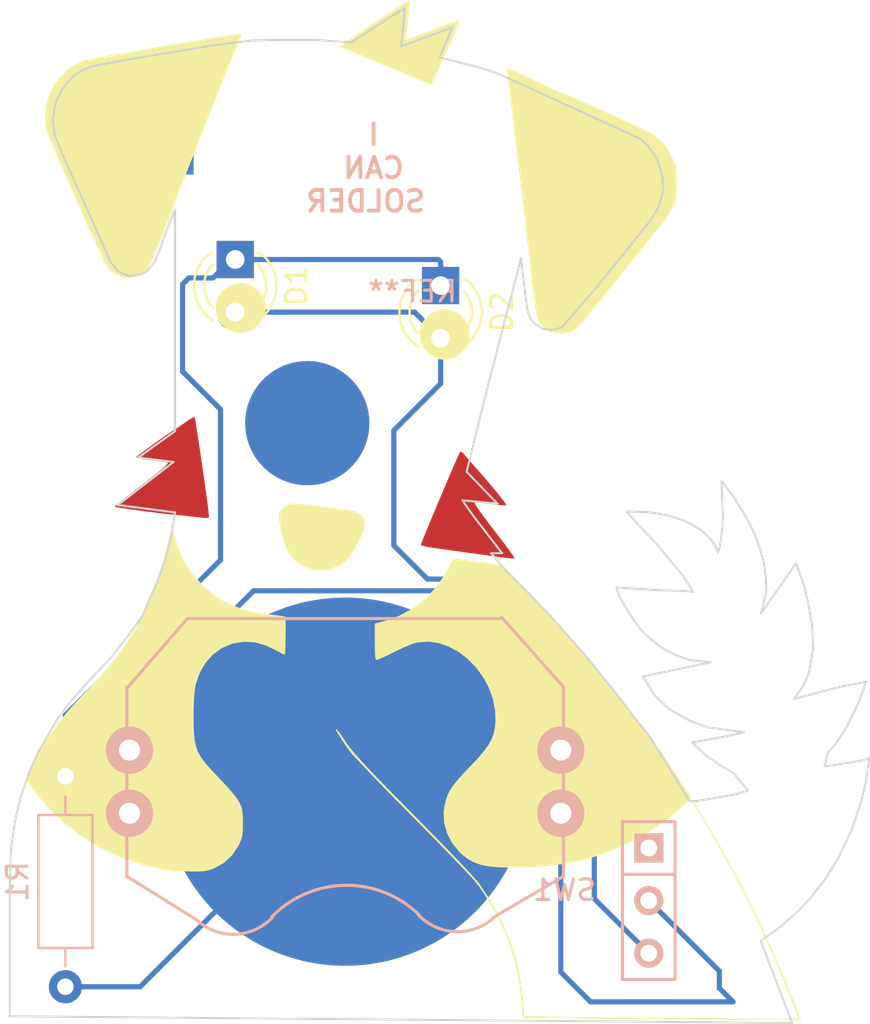
<source format=kicad_pcb>
(kicad_pcb (version 4) (host pcbnew 4.0.7)

  (general
    (links 0)
    (no_connects 0)
    (area 73.696067 83.659802 115.292195 132.771773)
    (thickness 1.6)
    (drawings 182)
    (tracks 42)
    (zones 0)
    (modules 11)
    (nets 6)
  )

  (page A4)
  (layers
    (0 F.Cu signal)
    (31 B.Cu signal)
    (32 B.Adhes user)
    (33 F.Adhes user)
    (34 B.Paste user)
    (35 F.Paste user)
    (36 B.SilkS user)
    (37 F.SilkS user)
    (38 B.Mask user)
    (39 F.Mask user)
    (40 Dwgs.User user)
    (41 Cmts.User user)
    (42 Eco1.User user)
    (43 Eco2.User user)
    (44 Edge.Cuts user)
    (45 Margin user)
    (46 B.CrtYd user)
    (47 F.CrtYd user)
    (48 B.Fab user)
    (49 F.Fab user)
  )

  (setup
    (last_trace_width 0.25)
    (trace_clearance 0.2)
    (zone_clearance 0.508)
    (zone_45_only no)
    (trace_min 0.2)
    (segment_width 0.2)
    (edge_width 0.15)
    (via_size 0.6)
    (via_drill 0.4)
    (via_min_size 0.4)
    (via_min_drill 0.3)
    (uvia_size 0.3)
    (uvia_drill 0.1)
    (uvias_allowed no)
    (uvia_min_size 0.2)
    (uvia_min_drill 0.1)
    (pcb_text_width 0.3)
    (pcb_text_size 1.5 1.5)
    (mod_edge_width 0.15)
    (mod_text_size 1 1)
    (mod_text_width 0.15)
    (pad_size 1.524 1.524)
    (pad_drill 0.762)
    (pad_to_mask_clearance 0.2)
    (aux_axis_origin 0 0)
    (visible_elements 7FFFFFFF)
    (pcbplotparams
      (layerselection 0x3f0ff_80000001)
      (usegerberextensions false)
      (excludeedgelayer true)
      (linewidth 0.100000)
      (plotframeref false)
      (viasonmask false)
      (mode 1)
      (useauxorigin false)
      (hpglpennumber 1)
      (hpglpenspeed 20)
      (hpglpendiameter 15)
      (hpglpenoverlay 2)
      (psnegative false)
      (psa4output false)
      (plotreference false)
      (plotvalue false)
      (plotinvisibletext false)
      (padsonsilk false)
      (subtractmaskfromsilk true)
      (outputformat 1)
      (mirror false)
      (drillshape 0)
      (scaleselection 1)
      (outputdirectory Dog_Gerbers2/))
  )

  (net 0 "")
  (net 1 "Net-(BT1-Pad1)")
  (net 2 "Net-(BT1-Pad2)")
  (net 3 "Net-(D1-Pad1)")
  (net 4 "Net-(D1-Pad2)")
  (net 5 "Net-(SW1-Pad1)")

  (net_class Default "This is the default net class."
    (clearance 0.2)
    (trace_width 0.25)
    (via_dia 0.6)
    (via_drill 0.4)
    (uvia_dia 0.3)
    (uvia_drill 0.1)
    (add_net "Net-(BT1-Pad1)")
    (add_net "Net-(BT1-Pad2)")
    (add_net "Net-(D1-Pad1)")
    (add_net "Net-(D1-Pad2)")
    (add_net "Net-(SW1-Pad1)")
  )

  (module footprints:BATT_CR2032 (layer B.Cu) (tedit 0) (tstamp 5BA1751C)
    (at 89.94 121.07 180)
    (tags battery)
    (path /5B95F774)
    (fp_text reference BT1 (at 0 -5.08 180) (layer B.SilkS) hide
      (effects (font (size 1.72974 1.08712) (thickness 0.27178)) (justify mirror))
    )
    (fp_text value Battery (at 0 2.54 180) (layer B.SilkS) hide
      (effects (font (size 1.524 1.016) (thickness 0.254)) (justify mirror))
    )
    (fp_line (start -7.1755 -6.5405) (end -10.541 -4.572) (layer B.SilkS) (width 0.15))
    (fp_line (start 7.1755 -6.6675) (end 10.541 -4.572) (layer B.SilkS) (width 0.15))
    (fp_arc (start -5.4229 -4.6355) (end -3.5179 -6.4135) (angle -90) (layer B.SilkS) (width 0.15))
    (fp_arc (start 5.4102 -4.7625) (end 7.1882 -6.6675) (angle -90) (layer B.SilkS) (width 0.15))
    (fp_arc (start -0.0635 -10.033) (end -3.556 -6.4135) (angle -90) (layer B.SilkS) (width 0.15))
    (fp_line (start 7.62 7.874) (end 10.541 4.5085) (layer B.SilkS) (width 0.15))
    (fp_line (start -10.541 4.572) (end -7.5565 7.9375) (layer B.SilkS) (width 0.15))
    (fp_line (start -7.62 7.874) (end 7.62 7.874) (layer B.SilkS) (width 0.15))
    (fp_line (start -10.541 -4.572) (end -10.541 4.572) (layer B.SilkS) (width 0.15))
    (fp_line (start 10.541 -4.572) (end 10.541 4.572) (layer B.SilkS) (width 0.15))
    (fp_circle (center 0 0) (end -10.16 0) (layer Dwgs.User) (width 0.15))
    (pad 1 thru_hole circle (at -10.414 -1.524 180) (size 2.286 2.286) (drill 1.016) (layers *.Cu *.Mask B.SilkS)
      (net 1 "Net-(BT1-Pad1)"))
    (pad 1 thru_hole circle (at 10.414 -1.524 180) (size 2.286 2.286) (drill 1.016) (layers *.Cu *.Mask B.SilkS)
      (net 1 "Net-(BT1-Pad1)"))
    (pad 1 thru_hole circle (at -10.414 1.524 180) (size 2.286 2.286) (drill 1.016) (layers *.Cu *.Mask B.SilkS)
      (net 1 "Net-(BT1-Pad1)"))
    (pad 1 thru_hole circle (at 10.414 1.524 180) (size 2.286 2.286) (drill 1.016) (layers *.Cu *.Mask B.SilkS)
      (net 1 "Net-(BT1-Pad1)"))
    (pad 2 smd circle (at 0 0 180) (size 17.78 17.78) (layers B.Cu B.Paste B.Mask)
      (net 2 "Net-(BT1-Pad2)"))
  )

  (module LEDs:LED_D3.0mm (layer F.Cu) (tedit 587A3A7B) (tstamp 5BA1752F)
    (at 84.63 95.86 270)
    (descr "LED, diameter 3.0mm, 2 pins")
    (tags "LED diameter 3.0mm 2 pins")
    (path /5B958A67)
    (fp_text reference D1 (at 1.27 -2.96 270) (layer F.SilkS)
      (effects (font (size 1 1) (thickness 0.15)))
    )
    (fp_text value LED (at 1.27 2.96 270) (layer F.Fab)
      (effects (font (size 1 1) (thickness 0.15)))
    )
    (fp_arc (start 1.27 0) (end -0.23 -1.16619) (angle 284.3) (layer F.Fab) (width 0.1))
    (fp_arc (start 1.27 0) (end -0.29 -1.235516) (angle 108.8) (layer F.SilkS) (width 0.12))
    (fp_arc (start 1.27 0) (end -0.29 1.235516) (angle -108.8) (layer F.SilkS) (width 0.12))
    (fp_arc (start 1.27 0) (end 0.229039 -1.08) (angle 87.9) (layer F.SilkS) (width 0.12))
    (fp_arc (start 1.27 0) (end 0.229039 1.08) (angle -87.9) (layer F.SilkS) (width 0.12))
    (fp_circle (center 1.27 0) (end 2.77 0) (layer F.Fab) (width 0.1))
    (fp_line (start -0.23 -1.16619) (end -0.23 1.16619) (layer F.Fab) (width 0.1))
    (fp_line (start -0.29 -1.236) (end -0.29 -1.08) (layer F.SilkS) (width 0.12))
    (fp_line (start -0.29 1.08) (end -0.29 1.236) (layer F.SilkS) (width 0.12))
    (fp_line (start -1.15 -2.25) (end -1.15 2.25) (layer F.CrtYd) (width 0.05))
    (fp_line (start -1.15 2.25) (end 3.7 2.25) (layer F.CrtYd) (width 0.05))
    (fp_line (start 3.7 2.25) (end 3.7 -2.25) (layer F.CrtYd) (width 0.05))
    (fp_line (start 3.7 -2.25) (end -1.15 -2.25) (layer F.CrtYd) (width 0.05))
    (pad 1 thru_hole rect (at 0 0 270) (size 1.8 1.8) (drill 0.9) (layers *.Cu *.Mask)
      (net 3 "Net-(D1-Pad1)"))
    (pad 2 thru_hole circle (at 2.54 0 270) (size 1.8 1.8) (drill 0.9) (layers *.Cu *.Mask)
      (net 4 "Net-(D1-Pad2)"))
    (model ${KISYS3DMOD}/LEDs.3dshapes/LED_D3.0mm.wrl
      (at (xyz 0 0 0))
      (scale (xyz 0.393701 0.393701 0.393701))
      (rotate (xyz 0 0 0))
    )
  )

  (module LEDs:LED_D3.0mm (layer F.Cu) (tedit 587A3A7B) (tstamp 5BA17542)
    (at 94.55 97.12 270)
    (descr "LED, diameter 3.0mm, 2 pins")
    (tags "LED diameter 3.0mm 2 pins")
    (path /5B958A90)
    (fp_text reference D2 (at 1.27 -2.96 270) (layer F.SilkS)
      (effects (font (size 1 1) (thickness 0.15)))
    )
    (fp_text value LED (at 1.27 2.96 270) (layer F.Fab)
      (effects (font (size 1 1) (thickness 0.15)))
    )
    (fp_arc (start 1.27 0) (end -0.23 -1.16619) (angle 284.3) (layer F.Fab) (width 0.1))
    (fp_arc (start 1.27 0) (end -0.29 -1.235516) (angle 108.8) (layer F.SilkS) (width 0.12))
    (fp_arc (start 1.27 0) (end -0.29 1.235516) (angle -108.8) (layer F.SilkS) (width 0.12))
    (fp_arc (start 1.27 0) (end 0.229039 -1.08) (angle 87.9) (layer F.SilkS) (width 0.12))
    (fp_arc (start 1.27 0) (end 0.229039 1.08) (angle -87.9) (layer F.SilkS) (width 0.12))
    (fp_circle (center 1.27 0) (end 2.77 0) (layer F.Fab) (width 0.1))
    (fp_line (start -0.23 -1.16619) (end -0.23 1.16619) (layer F.Fab) (width 0.1))
    (fp_line (start -0.29 -1.236) (end -0.29 -1.08) (layer F.SilkS) (width 0.12))
    (fp_line (start -0.29 1.08) (end -0.29 1.236) (layer F.SilkS) (width 0.12))
    (fp_line (start -1.15 -2.25) (end -1.15 2.25) (layer F.CrtYd) (width 0.05))
    (fp_line (start -1.15 2.25) (end 3.7 2.25) (layer F.CrtYd) (width 0.05))
    (fp_line (start 3.7 2.25) (end 3.7 -2.25) (layer F.CrtYd) (width 0.05))
    (fp_line (start 3.7 -2.25) (end -1.15 -2.25) (layer F.CrtYd) (width 0.05))
    (pad 1 thru_hole rect (at 0 0 270) (size 1.8 1.8) (drill 0.9) (layers *.Cu *.Mask)
      (net 3 "Net-(D1-Pad1)"))
    (pad 2 thru_hole circle (at 2.54 0 270) (size 1.8 1.8) (drill 0.9) (layers *.Cu *.Mask)
      (net 4 "Net-(D1-Pad2)"))
    (model ${KISYS3DMOD}/LEDs.3dshapes/LED_D3.0mm.wrl
      (at (xyz 0 0 0))
      (scale (xyz 0.393701 0.393701 0.393701))
      (rotate (xyz 0 0 0))
    )
  )

  (module Resistors_THT:R_Axial_DIN0207_L6.3mm_D2.5mm_P10.16mm_Horizontal (layer B.Cu) (tedit 5874F706) (tstamp 5BA17558)
    (at 76.43 120.81 270)
    (descr "Resistor, Axial_DIN0207 series, Axial, Horizontal, pin pitch=10.16mm, 0.25W = 1/4W, length*diameter=6.3*2.5mm^2, http://cdn-reichelt.de/documents/datenblatt/B400/1_4W%23YAG.pdf")
    (tags "Resistor Axial_DIN0207 series Axial Horizontal pin pitch 10.16mm 0.25W = 1/4W length 6.3mm diameter 2.5mm")
    (path /5B95F731)
    (fp_text reference R1 (at 5.08 2.31 270) (layer B.SilkS)
      (effects (font (size 1 1) (thickness 0.15)) (justify mirror))
    )
    (fp_text value 100 (at 5.08 -2.31 270) (layer B.Fab)
      (effects (font (size 1 1) (thickness 0.15)) (justify mirror))
    )
    (fp_line (start 1.93 1.25) (end 1.93 -1.25) (layer B.Fab) (width 0.1))
    (fp_line (start 1.93 -1.25) (end 8.23 -1.25) (layer B.Fab) (width 0.1))
    (fp_line (start 8.23 -1.25) (end 8.23 1.25) (layer B.Fab) (width 0.1))
    (fp_line (start 8.23 1.25) (end 1.93 1.25) (layer B.Fab) (width 0.1))
    (fp_line (start 0 0) (end 1.93 0) (layer B.Fab) (width 0.1))
    (fp_line (start 10.16 0) (end 8.23 0) (layer B.Fab) (width 0.1))
    (fp_line (start 1.87 1.31) (end 1.87 -1.31) (layer B.SilkS) (width 0.12))
    (fp_line (start 1.87 -1.31) (end 8.29 -1.31) (layer B.SilkS) (width 0.12))
    (fp_line (start 8.29 -1.31) (end 8.29 1.31) (layer B.SilkS) (width 0.12))
    (fp_line (start 8.29 1.31) (end 1.87 1.31) (layer B.SilkS) (width 0.12))
    (fp_line (start 0.98 0) (end 1.87 0) (layer B.SilkS) (width 0.12))
    (fp_line (start 9.18 0) (end 8.29 0) (layer B.SilkS) (width 0.12))
    (fp_line (start -1.05 1.6) (end -1.05 -1.6) (layer B.CrtYd) (width 0.05))
    (fp_line (start -1.05 -1.6) (end 11.25 -1.6) (layer B.CrtYd) (width 0.05))
    (fp_line (start 11.25 -1.6) (end 11.25 1.6) (layer B.CrtYd) (width 0.05))
    (fp_line (start 11.25 1.6) (end -1.05 1.6) (layer B.CrtYd) (width 0.05))
    (pad 1 thru_hole circle (at 0 0 270) (size 1.6 1.6) (drill 0.8) (layers *.Cu *.Mask)
      (net 3 "Net-(D1-Pad1)"))
    (pad 2 thru_hole oval (at 10.16 0 270) (size 1.6 1.6) (drill 0.8) (layers *.Cu *.Mask)
      (net 2 "Net-(BT1-Pad2)"))
    (model ${KISYS3DMOD}/Resistors_THT.3dshapes/R_Axial_DIN0207_L6.3mm_D2.5mm_P10.16mm_Horizontal.wrl
      (at (xyz 0 0 0))
      (scale (xyz 0.393701 0.393701 0.393701))
      (rotate (xyz 0 0 0))
    )
  )

  (module footprints:SW_Micro_SPST (layer B.Cu) (tedit 5A812D1A) (tstamp 5BA17569)
    (at 104.6 126.81 270)
    (tags "Switch Micro SPST")
    (path /5B95F7A9)
    (fp_text reference SW1 (at -0.508 4.064 540) (layer B.SilkS)
      (effects (font (size 1 1) (thickness 0.15)) (justify mirror))
    )
    (fp_text value SW_SPDT (at 0.025 -2.45 270) (layer B.Fab)
      (effects (font (size 1 1) (thickness 0.15)) (justify mirror))
    )
    (fp_text user "E-Switch EG128" (at -2 1 270) (layer B.CrtYd)
      (effects (font (size 0.5 0.5) (thickness 0.125)) (justify mirror))
    )
    (fp_line (start 5.75 2) (end 5.75 -2) (layer B.CrtYd) (width 0.15))
    (fp_line (start -5.75 2) (end -5.75 -2) (layer B.CrtYd) (width 0.15))
    (fp_line (start -5.75 -2) (end 5.75 -2) (layer B.CrtYd) (width 0.15))
    (fp_line (start -5.75 2) (end 5.75 2) (layer B.CrtYd) (width 0.15))
    (fp_line (start -3.81 -1.27) (end -3.81 1.27) (layer B.SilkS) (width 0.15))
    (fp_line (start -3.81 1.27) (end 3.81 1.27) (layer B.SilkS) (width 0.15))
    (fp_line (start 3.81 1.27) (end 3.81 -1.27) (layer B.SilkS) (width 0.15))
    (fp_line (start 3.81 -1.27) (end -3.81 -1.27) (layer B.SilkS) (width 0.15))
    (fp_line (start -1.27 1.27) (end -1.27 -1.27) (layer B.SilkS) (width 0.15))
    (pad 1 thru_hole rect (at -2.54 0 270) (size 1.397 1.397) (drill 0.8128) (layers *.Cu *.Mask B.SilkS)
      (net 5 "Net-(SW1-Pad1)"))
    (pad 2 thru_hole circle (at 0 0 270) (size 1.397 1.397) (drill 0.8128) (layers *.Cu *.Mask B.SilkS)
      (net 1 "Net-(BT1-Pad1)"))
    (pad 3 thru_hole circle (at 2.54 0 270) (size 1.397 1.397) (drill 0.8128) (layers *.Cu *.Mask B.SilkS)
      (net 4 "Net-(D1-Pad2)"))
    (model Buttons_Switches_ThroughHole.3dshapes/SW_Micro_SPST.wrl
      (at (xyz 0 0 0))
      (scale (xyz 0.33 0.33 0.33))
      (rotate (xyz 0 0 0))
    )
  )

  (module Dog:dog_silk (layer F.Cu) (tedit 0) (tstamp 5BA17661)
    (at 93.218 107.95)
    (fp_text reference G*** (at 0 0) (layer F.SilkS) hide
      (effects (font (thickness 0.3)))
    )
    (fp_text value LOGO (at 0.75 0) (layer F.SilkS) hide
      (effects (font (thickness 0.3)))
    )
    (fp_poly (pts (xy 2.033036 2.360901) (xy 2.210989 2.383207) (xy 2.472182 2.41644) (xy 2.795264 2.457886)
      (xy 3.083771 2.49511) (xy 4.167292 2.63525) (xy 5.623771 4.128245) (xy 6.437159 4.970084)
      (xy 7.171782 5.748626) (xy 7.844961 6.483621) (xy 8.474015 7.194817) (xy 9.076265 7.901964)
      (xy 9.669031 8.624811) (xy 10.269633 9.383106) (xy 10.55176 9.74725) (xy 11.999249 11.722587)
      (xy 13.374202 13.791443) (xy 14.667449 15.937275) (xy 15.869823 18.143541) (xy 16.972156 20.393699)
      (xy 17.965281 22.671207) (xy 18.566942 24.209375) (xy 18.726808 24.638) (xy 16.650029 24.625461)
      (xy 16.203195 24.622486) (xy 15.648155 24.618334) (xy 15.003695 24.613171) (xy 14.288602 24.60716)
      (xy 13.521661 24.600464) (xy 12.721661 24.593247) (xy 11.907386 24.585672) (xy 11.097624 24.577904)
      (xy 10.414 24.571141) (xy 9.683569 24.563738) (xy 8.979178 24.556471) (xy 8.313015 24.549476)
      (xy 7.697271 24.542885) (xy 7.144136 24.536833) (xy 6.6658 24.531454) (xy 6.274454 24.526881)
      (xy 5.982287 24.523247) (xy 5.80149 24.520688) (xy 5.772338 24.52018) (xy 5.289927 24.511)
      (xy 5.248316 23.796625) (xy 5.121416 22.696704) (xy 4.87202 21.607638) (xy 4.504627 20.541368)
      (xy 4.023737 19.509837) (xy 3.433848 18.524984) (xy 3.069592 18.014159) (xy 2.97148 17.898493)
      (xy 2.792417 17.702205) (xy 2.541251 17.434484) (xy 2.226826 17.104517) (xy 1.857989 16.721492)
      (xy 1.443585 16.294596) (xy 0.992461 15.833017) (xy 0.513463 15.345942) (xy 0.03175 14.859)
      (xy -0.465425 14.356416) (xy -0.943011 13.870784) (xy -1.392203 13.411244) (xy -1.804195 12.986935)
      (xy -2.17018 12.607) (xy -2.481353 12.280578) (xy -2.728907 12.01681) (xy -2.904036 11.824838)
      (xy -2.996471 11.71575) (xy -3.186443 11.456247) (xy -3.367207 11.195456) (xy -3.525185 10.954659)
      (xy -3.646799 10.755138) (xy -3.71847 10.618174) (xy -3.729695 10.566528) (xy -3.684214 10.601244)
      (xy -3.590511 10.718444) (xy -3.468314 10.893316) (xy -3.460463 10.905167) (xy -3.329664 11.099385)
      (xy -3.19711 11.286422) (xy -3.054924 11.474901) (xy -2.895226 11.673447) (xy -2.71014 11.890683)
      (xy -2.491787 12.135233) (xy -2.232289 12.415722) (xy -1.923769 12.740772) (xy -1.558348 13.119009)
      (xy -1.128149 13.559056) (xy -0.625294 14.069537) (xy -0.041904 14.659075) (xy 0.093331 14.7955)
      (xy 0.592945 15.301378) (xy 1.074805 15.793092) (xy 1.529829 16.261125) (xy 1.948933 16.69596)
      (xy 2.323036 17.088081) (xy 2.643055 17.42797) (xy 2.899907 17.70611) (xy 3.084509 17.912985)
      (xy 3.184069 18.034) (xy 3.834534 19.013125) (xy 4.371994 20.034272) (xy 4.793321 21.089034)
      (xy 5.095386 22.169008) (xy 5.275059 23.265787) (xy 5.314885 23.757802) (xy 5.352279 24.433354)
      (xy 7.264014 24.471004) (xy 7.749367 24.479782) (xy 8.306378 24.488497) (xy 8.924538 24.497077)
      (xy 9.593336 24.505446) (xy 10.302262 24.51353) (xy 11.040808 24.521257) (xy 11.798462 24.528551)
      (xy 12.564716 24.535339) (xy 13.329058 24.541546) (xy 14.08098 24.547099) (xy 14.809971 24.551924)
      (xy 15.505521 24.555945) (xy 16.157121 24.559091) (xy 16.754261 24.561285) (xy 17.286431 24.562455)
      (xy 17.74312 24.562526) (xy 18.113819 24.561424) (xy 18.388019 24.559076) (xy 18.555208 24.555406)
      (xy 18.6055 24.550906) (xy 18.58235 24.473274) (xy 18.517819 24.296775) (xy 18.419286 24.039812)
      (xy 18.294126 23.720784) (xy 18.14972 23.358093) (xy 17.993443 22.97014) (xy 17.832674 22.575326)
      (xy 17.67479 22.192051) (xy 17.527169 21.838718) (xy 17.39719 21.533726) (xy 17.378411 21.490386)
      (xy 16.914009 20.455988) (xy 16.406653 19.388148) (xy 15.869554 18.31206) (xy 15.315923 17.252921)
      (xy 14.75897 16.235925) (xy 14.211908 15.286267) (xy 13.687947 14.429144) (xy 13.619346 14.32134)
      (xy 13.388396 13.960305) (xy 13.028323 14.303281) (xy 12.323779 14.903575) (xy 11.522199 15.461668)
      (xy 10.650675 15.962193) (xy 9.736303 16.389783) (xy 8.806177 16.729071) (xy 8.687134 16.765409)
      (xy 8.02787 16.941463) (xy 7.364416 17.074235) (xy 6.66391 17.168501) (xy 5.893488 17.229037)
      (xy 5.334 17.252734) (xy 4.677413 17.263794) (xy 4.12908 17.250322) (xy 3.6719 17.208173)
      (xy 3.288775 17.133204) (xy 2.962604 17.021269) (xy 2.676287 16.868225) (xy 2.412726 16.669926)
      (xy 2.231418 16.500775) (xy 1.885662 16.075009) (xy 1.640406 15.599061) (xy 1.502717 15.094004)
      (xy 1.479663 14.580909) (xy 1.509486 14.348052) (xy 1.575105 14.05265) (xy 1.661919 13.791481)
      (xy 1.783099 13.543697) (xy 1.951814 13.28845) (xy 2.181235 13.004893) (xy 2.484531 12.672179)
      (xy 2.727992 12.419202) (xy 3.111137 12.015375) (xy 3.407604 11.673118) (xy 3.628649 11.37314)
      (xy 3.785524 11.096151) (xy 3.889484 10.822861) (xy 3.951782 10.533978) (xy 3.979533 10.273899)
      (xy 3.968239 9.688543) (xy 3.85744 9.117445) (xy 3.658247 8.571377) (xy 3.381771 8.061106)
      (xy 3.039122 7.597404) (xy 2.641411 7.19104) (xy 2.199749 6.852784) (xy 1.725247 6.593404)
      (xy 1.229015 6.423672) (xy 0.722164 6.354357) (xy 0.215805 6.396228) (xy 0.0274 6.443064)
      (xy -0.156118 6.509877) (xy -0.415358 6.620217) (xy -0.713915 6.757976) (xy -0.977251 6.887564)
      (xy -1.251524 7.023518) (xy -1.489311 7.135004) (xy -1.665391 7.210626) (xy -1.754545 7.238992)
      (xy -1.755126 7.239) (xy -1.790842 7.214125) (xy -1.815682 7.12833) (xy -1.831301 6.964855)
      (xy -1.839353 6.706941) (xy -1.8415 6.364064) (xy -1.8415 5.489129) (xy -1.383828 5.371229)
      (xy -0.697807 5.130681) (xy -0.050673 4.778773) (xy 0.541163 4.32914) (xy 1.061289 3.795417)
      (xy 1.493295 3.19124) (xy 1.698947 2.809875) (xy 1.805962 2.596191) (xy 1.895416 2.435972)
      (xy 1.951837 2.356374) (xy 1.959675 2.352235) (xy 2.033036 2.360901)) (layer F.SilkS) (width 0.01))
    (fp_poly (pts (xy -11.569707 1.055439) (xy -11.367332 1.790346) (xy -11.053502 2.478802) (xy -10.638957 3.108955)
      (xy -10.134439 3.668954) (xy -9.550688 4.146947) (xy -8.898445 4.531082) (xy -8.18845 4.809508)
      (xy -8.15975 4.818059) (xy -7.869314 4.891459) (xy -7.523953 4.961279) (xy -7.195283 5.013142)
      (xy -7.1755 5.015636) (xy -6.892455 5.051418) (xy -6.627333 5.086308) (xy -6.428665 5.113889)
      (xy -6.397625 5.118501) (xy -6.1595 5.154663) (xy -6.1595 6.069831) (xy -6.162212 6.394317)
      (xy -6.16967 6.668191) (xy -6.180857 6.869059) (xy -6.194759 6.97453) (xy -6.201023 6.985)
      (xy -6.273336 6.956158) (xy -6.423919 6.880382) (xy -6.620803 6.773791) (xy -6.629648 6.768858)
      (xy -7.146081 6.525609) (xy -7.63859 6.391494) (xy -8.134661 6.359519) (xy -8.221683 6.363761)
      (xy -8.749471 6.458337) (xy -9.232585 6.664866) (xy -9.659602 6.972733) (xy -10.019103 7.37132)
      (xy -10.299666 7.850014) (xy -10.48987 8.398196) (xy -10.511201 8.491867) (xy -10.549484 8.753222)
      (xy -10.577753 9.107215) (xy -10.595645 9.519869) (xy -10.602795 9.957208) (xy -10.598839 10.385253)
      (xy -10.583411 10.770028) (xy -10.556148 11.077557) (xy -10.540054 11.180988) (xy -10.480065 11.436509)
      (xy -10.395195 11.669029) (xy -10.27242 11.898346) (xy -10.098715 12.144257) (xy -9.861057 12.42656)
      (xy -9.546421 12.765053) (xy -9.394505 12.92225) (xy -9.042443 13.294843) (xy -8.752804 13.624255)
      (xy -8.53685 13.897085) (xy -8.407372 14.097) (xy -8.324055 14.266277) (xy -8.270583 14.415592)
      (xy -8.240402 14.581406) (xy -8.22696 14.800185) (xy -8.223705 15.108392) (xy -8.223696 15.119073)
      (xy -8.225798 15.425905) (xy -8.237752 15.644464) (xy -8.267307 15.813456) (xy -8.322212 15.97159)
      (xy -8.410214 16.157575) (xy -8.4455 16.227081) (xy -8.742569 16.673546) (xy -9.129089 17.032673)
      (xy -9.59387 17.29448) (xy -9.680184 17.328712) (xy -9.873945 17.391668) (xy -10.071753 17.430704)
      (xy -10.310571 17.450115) (xy -10.627362 17.454196) (xy -10.749758 17.452985) (xy -11.058288 17.446904)
      (xy -11.33766 17.437875) (xy -11.552594 17.427235) (xy -11.65225 17.418753) (xy -12.75643 17.214029)
      (xy -13.817363 16.89394) (xy -14.826823 16.462443) (xy -15.776581 15.923497) (xy -16.65841 15.281057)
      (xy -17.304366 14.70025) (xy -17.581356 14.414188) (xy -17.874712 14.089625) (xy -18.144412 13.771857)
      (xy -18.306391 13.566166) (xy -18.72839 13.003582) (xy -18.632517 12.772416) (xy -18.524743 12.543802)
      (xy -18.361975 12.237741) (xy -18.160312 11.882024) (xy -17.935851 11.504442) (xy -17.70469 11.132787)
      (xy -17.511695 10.837437) (xy -17.260456 10.476073) (xy -17.002827 10.133759) (xy -16.720395 9.788669)
      (xy -16.394748 9.418975) (xy -16.007471 9.002848) (xy -15.65466 8.636) (xy -14.781089 7.672865)
      (xy -14.026447 6.699407) (xy -13.382747 5.700711) (xy -12.842001 4.661864) (xy -12.396222 3.567953)
      (xy -12.03742 2.404063) (xy -11.821039 1.478417) (xy -11.648689 0.639084) (xy -11.569707 1.055439)) (layer F.SilkS) (width 0.01))
    (fp_poly (pts (xy -5.566318 -0.295704) (xy -5.288215 -0.269184) (xy -4.923 -0.22615) (xy -4.455242 -0.166873)
      (xy -4.165946 -0.129665) (xy -3.698931 -0.068935) (xy -3.340837 -0.019843) (xy -3.074526 0.021383)
      (xy -2.882857 0.05852) (xy -2.748693 0.095342) (xy -2.654893 0.135624) (xy -2.584318 0.18314)
      (xy -2.531612 0.230286) (xy -2.387783 0.395097) (xy -2.312135 0.564033) (xy -2.305986 0.758957)
      (xy -2.370655 1.00173) (xy -2.507463 1.314214) (xy -2.609122 1.514519) (xy -2.767468 1.801226)
      (xy -2.929592 2.067566) (xy -3.074236 2.279992) (xy -3.1627 2.388177) (xy -3.529514 2.678694)
      (xy -3.952687 2.860333) (xy -4.415587 2.928145) (xy -4.846135 2.88903) (xy -5.276285 2.739828)
      (xy -5.663481 2.47835) (xy -5.942423 2.179734) (xy -6.07852 1.945458) (xy -6.209788 1.620024)
      (xy -6.325236 1.239125) (xy -6.413878 0.838451) (xy -6.461296 0.494389) (xy -6.475125 0.283383)
      (xy -6.45733 0.147558) (xy -6.3913 0.035983) (xy -6.269715 -0.092986) (xy -6.190234 -0.171194)
      (xy -6.116228 -0.231274) (xy -6.032264 -0.273496) (xy -5.922911 -0.298129) (xy -5.77274 -0.305442)
      (xy -5.566318 -0.295704)) (layer F.SilkS) (width 0.01))
    (fp_poly (pts (xy 2.7305 -0.03175) (xy 2.69875 0) (xy 2.667 -0.03175) (xy 2.69875 -0.0635)
      (xy 2.7305 -0.03175)) (layer F.SilkS) (width 0.01))
    (fp_poly (pts (xy 1.97478 -9.600691) (xy 2.302223 -9.402525) (xy 2.328042 -9.380446) (xy 2.571993 -9.098679)
      (xy 2.70195 -8.773039) (xy 2.7305 -8.483424) (xy 2.675303 -8.089079) (xy 2.510757 -7.759005)
      (xy 2.238422 -7.495605) (xy 2.00025 -7.359388) (xy 1.64129 -7.254335) (xy 1.284202 -7.27548)
      (xy 1.047205 -7.357427) (xy 0.727799 -7.563899) (xy 0.498772 -7.837469) (xy 0.361581 -8.155598)
      (xy 0.317685 -8.495751) (xy 0.368541 -8.83539) (xy 0.515606 -9.151978) (xy 0.760339 -9.422978)
      (xy 0.906909 -9.526608) (xy 1.250655 -9.665455) (xy 1.615435 -9.689241) (xy 1.97478 -9.600691)) (layer F.SilkS) (width 0.01))
    (fp_poly (pts (xy -7.929261 -10.885967) (xy -7.623846 -10.718937) (xy -7.374264 -10.476052) (xy -7.200647 -10.174328)
      (xy -7.123128 -9.83078) (xy -7.125987 -9.655775) (xy -7.217265 -9.293649) (xy -7.403122 -8.986269)
      (xy -7.662541 -8.747543) (xy -7.974503 -8.591375) (xy -8.317988 -8.531671) (xy -8.671978 -8.582338)
      (xy -8.722534 -8.599526) (xy -9.016961 -8.760327) (xy -9.279291 -8.997655) (xy -9.43542 -9.220222)
      (xy -9.496812 -9.424595) (xy -9.521395 -9.695236) (xy -9.509295 -9.976905) (xy -9.460638 -10.214359)
      (xy -9.432994 -10.280728) (xy -9.253083 -10.523727) (xy -8.997044 -10.741934) (xy -8.714847 -10.895438)
      (xy -8.627064 -10.924407) (xy -8.270378 -10.960128) (xy -7.929261 -10.885967)) (layer F.SilkS) (width 0.01))
    (fp_poly (pts (xy 4.640093 -21.309638) (xy 4.808528 -21.236615) (xy 5.051003 -21.126031) (xy 5.347485 -20.986983)
      (xy 5.598815 -20.866803) (xy 5.975329 -20.687833) (xy 6.363538 -20.507627) (xy 6.727327 -20.342669)
      (xy 7.03058 -20.20944) (xy 7.14375 -20.161719) (xy 7.607326 -19.967374) (xy 8.106083 -19.752988)
      (xy 8.624693 -19.525618) (xy 9.147825 -19.292321) (xy 9.660149 -19.060153) (xy 10.146335 -18.836172)
      (xy 10.591055 -18.627434) (xy 10.978977 -18.440998) (xy 11.294773 -18.283919) (xy 11.523111 -18.163254)
      (xy 11.642199 -18.090881) (xy 11.94456 -17.841096) (xy 12.189247 -17.561407) (xy 12.405625 -17.214673)
      (xy 12.529603 -16.968469) (xy 12.615982 -16.7789) (xy 12.673473 -16.62114) (xy 12.707932 -16.460757)
      (xy 12.725214 -16.263322) (xy 12.731173 -15.994405) (xy 12.73175 -15.77975) (xy 12.729344 -15.445227)
      (xy 12.718712 -15.204225) (xy 12.694726 -15.023302) (xy 12.652259 -14.869017) (xy 12.586187 -14.707927)
      (xy 12.558141 -14.647171) (xy 12.426275 -14.396154) (xy 12.272513 -14.14625) (xy 12.177141 -14.012903)
      (xy 11.955209 -13.73211) (xy 11.68493 -13.392399) (xy 11.375736 -13.005441) (xy 11.037057 -12.582906)
      (xy 10.678324 -12.136465) (xy 10.308968 -11.677789) (xy 9.938421 -11.218548) (xy 9.576112 -10.770411)
      (xy 9.231473 -10.34505) (xy 8.913935 -9.954136) (xy 8.632929 -9.609338) (xy 8.397885 -9.322326)
      (xy 8.218235 -9.104773) (xy 8.103409 -8.968346) (xy 8.071559 -8.932392) (xy 7.828735 -8.70696)
      (xy 7.596213 -8.575434) (xy 7.328787 -8.517495) (xy 7.131028 -8.509601) (xy 6.844838 -8.531337)
      (xy 6.612966 -8.606742) (xy 6.497554 -8.66916) (xy 6.303528 -8.815394) (xy 6.137022 -8.990154)
      (xy 6.097227 -9.046765) (xy 6.06733 -9.098724) (xy 6.039879 -9.158737) (xy 6.013529 -9.236242)
      (xy 5.986934 -9.340678) (xy 5.95875 -9.481486) (xy 5.92763 -9.668103) (xy 5.892229 -9.90997)
      (xy 5.851201 -10.216525) (xy 5.803202 -10.597208) (xy 5.746884 -11.061459) (xy 5.680904 -11.618716)
      (xy 5.603915 -12.27842) (xy 5.514573 -13.050008) (xy 5.463343 -13.49375) (xy 5.385184 -14.168491)
      (xy 5.303369 -14.869976) (xy 5.219283 -15.586685) (xy 5.13431 -16.307097) (xy 5.049835 -17.019691)
      (xy 4.967241 -17.712946) (xy 4.887915 -18.375342) (xy 4.81324 -18.995357) (xy 4.744601 -19.561471)
      (xy 4.683383 -20.062163) (xy 4.63097 -20.485912) (xy 4.588746 -20.821197) (xy 4.558097 -21.056498)
      (xy 4.540407 -21.180293) (xy 4.538028 -21.193126) (xy 4.535074 -21.302954) (xy 4.56573 -21.336001)
      (xy 4.640093 -21.309638)) (layer F.SilkS) (width 0.01))
    (fp_poly (pts (xy -8.287711 -22.96261) (xy -8.318676 -22.875875) (xy -8.353382 -22.797845) (xy -8.429333 -22.614577)
      (xy -8.54194 -22.337665) (xy -8.686615 -21.978705) (xy -8.858771 -21.549291) (xy -9.053819 -21.061016)
      (xy -9.267173 -20.525476) (xy -9.494243 -19.954264) (xy -9.730443 -19.358976) (xy -9.971184 -18.751205)
      (xy -10.211878 -18.142546) (xy -10.447938 -17.544593) (xy -10.674776 -16.96894) (xy -10.887804 -16.427183)
      (xy -11.082434 -15.930915) (xy -11.254078 -15.491731) (xy -11.398149 -15.121225) (xy -11.510058 -14.830992)
      (xy -11.585218 -14.632625) (xy -11.619041 -14.53772) (xy -11.6205 -14.531518) (xy -11.644456 -14.43662)
      (xy -11.710656 -14.246004) (xy -11.8106 -13.980375) (xy -11.93579 -13.660436) (xy -12.077726 -13.306893)
      (xy -12.227908 -12.940449) (xy -12.377838 -12.581809) (xy -12.519015 -12.251677) (xy -12.64294 -11.970757)
      (xy -12.741114 -11.759753) (xy -12.805037 -11.63937) (xy -12.811844 -11.629464) (xy -13.061754 -11.394621)
      (xy -13.379922 -11.243907) (xy -13.732646 -11.185734) (xy -14.086223 -11.228511) (xy -14.223547 -11.277155)
      (xy -14.522347 -11.454944) (xy -14.756038 -11.711543) (xy -14.888522 -11.938) (xy -14.98499 -12.13688)
      (xy -15.119694 -12.425294) (xy -15.286715 -12.789798) (xy -15.480137 -13.216945) (xy -15.694042 -13.693292)
      (xy -15.922512 -14.205392) (xy -16.15963 -14.739801) (xy -16.399479 -15.283074) (xy -16.63614 -15.821765)
      (xy -16.863698 -16.342429) (xy -17.076233 -16.83162) (xy -17.26783 -17.275895) (xy -17.432569 -17.661808)
      (xy -17.564534 -17.975913) (xy -17.657808 -18.204765) (xy -17.706472 -18.33492) (xy -17.71122 -18.3515)
      (xy -17.779468 -18.914849) (xy -17.733375 -19.474764) (xy -17.582302 -20.013822) (xy -17.335611 -20.514603)
      (xy -17.002663 -20.959685) (xy -16.592819 -21.331645) (xy -16.115441 -21.613063) (xy -15.91537 -21.693667)
      (xy -15.816846 -21.717103) (xy -15.606826 -21.758828) (xy -15.299123 -21.81648) (xy -14.907552 -21.887698)
      (xy -14.445926 -21.97012) (xy -13.92806 -22.061386) (xy -13.367766 -22.159134) (xy -12.778859 -22.261002)
      (xy -12.175154 -22.36463) (xy -11.570462 -22.467656) (xy -10.978599 -22.567718) (xy -10.413378 -22.662456)
      (xy -9.888614 -22.749509) (xy -9.418119 -22.826514) (xy -9.015708 -22.891111) (xy -8.695194 -22.940938)
      (xy -8.470392 -22.973634) (xy -8.355115 -22.986838) (xy -8.34924 -22.987) (xy -8.287711 -22.96261)) (layer F.SilkS) (width 0.01))
    (fp_poly (pts (xy -0.141987 -24.543024) (xy -0.154908 -24.369676) (xy -0.181207 -24.116004) (xy -0.218659 -23.804716)
      (xy -0.23987 -23.642056) (xy -0.282995 -23.312762) (xy -0.318145 -23.031842) (xy -0.34267 -22.821518)
      (xy -0.353918 -22.70401) (xy -0.353799 -22.687069) (xy -0.29406 -22.705072) (xy -0.133562 -22.76342)
      (xy 0.110429 -22.855563) (xy 0.420645 -22.974953) (xy 0.779821 -23.11504) (xy 0.924348 -23.171863)
      (xy 1.297649 -23.316339) (xy 1.62917 -23.439665) (xy 1.901567 -23.535799) (xy 2.097498 -23.598702)
      (xy 2.199619 -23.622331) (xy 2.210219 -23.619759) (xy 2.195531 -23.541485) (xy 2.139797 -23.37486)
      (xy 2.054034 -23.147371) (xy 1.949256 -22.886508) (xy 1.836478 -22.619758) (xy 1.726713 -22.374611)
      (xy 1.638617 -22.19325) (xy 1.559422 -22.028706) (xy 1.448358 -21.783546) (xy 1.321879 -21.494603)
      (xy 1.227627 -21.273282) (xy 1.112236 -21.004396) (xy 1.011513 -20.780096) (xy 0.937093 -20.625638)
      (xy 0.902481 -20.567438) (xy 0.822088 -20.566481) (xy 0.673029 -20.611045) (xy 0.60325 -20.639635)
      (xy 0.483811 -20.690727) (xy 0.263054 -20.783571) (xy -0.042946 -20.911466) (xy -0.418111 -21.067715)
      (xy -0.846365 -21.245617) (xy -1.311633 -21.438473) (xy -1.605893 -21.56024) (xy -3.561035 -22.368773)
      (xy -3.161643 -22.64757) (xy -2.859762 -22.855935) (xy -2.518343 -23.087636) (xy -2.152434 -23.33287)
      (xy -1.777084 -23.58183) (xy -1.40734 -23.824713) (xy -1.058251 -24.051712) (xy -0.744866 -24.253024)
      (xy -0.482232 -24.418843) (xy -0.285398 -24.539363) (xy -0.169412 -24.604781) (xy -0.144672 -24.613338)
      (xy -0.141987 -24.543024)) (layer F.SilkS) (width 0.01))
  )

  (module Dog:clutch_pin (layer B.Cu) (tedit 5BA17AC3) (tstamp 5BA17CBF)
    (at 88.11 103.76)
    (fp_text reference REF** (at 5.08 -6.35) (layer B.SilkS)
      (effects (font (size 1 1) (thickness 0.15)) (justify mirror))
    )
    (fp_text value clutch_pin (at 0 -6.35) (layer B.Fab)
      (effects (font (size 1 1) (thickness 0.15)) (justify mirror))
    )
    (pad 1 smd oval (at 0 0 270) (size 6 6) (layers B.Cu B.Paste B.Mask))
  )

  (module Dog:Dog_FCu (layer F.Cu) (tedit 0) (tstamp 5BA181A9)
    (at 89.916 101.346)
    (fp_text reference G*** (at 0 0) (layer F.SilkS) hide
      (effects (font (thickness 0.3)))
    )
    (fp_text value LOGO (at 0.75 0) (layer F.SilkS) hide
      (effects (font (thickness 0.3)))
    )
    (fp_poly (pts (xy -2.684612 11.374361) (xy -2.503916 11.396431) (xy -2.233255 11.430438) (xy -1.89061 11.474111)
      (xy -1.493962 11.525178) (xy -1.218733 11.560866) (xy -0.579269 11.639385) (xy -0.047416 11.694114)
      (xy 0.393697 11.726422) (xy 0.760942 11.737677) (xy 0.934235 11.735491) (xy 1.592297 11.71575)
      (xy 1.574023 13.949566) (xy 1.568915 14.542013) (xy 1.563725 15.02085) (xy 1.557609 15.399462)
      (xy 1.549725 15.691235) (xy 1.53923 15.909557) (xy 1.525282 16.067815) (xy 1.507037 16.179394)
      (xy 1.483654 16.257681) (xy 1.454288 16.316062) (xy 1.422112 16.362566) (xy 1.315345 16.495841)
      (xy 1.206696 16.598756) (xy 1.078429 16.675407) (xy 0.912809 16.729893) (xy 0.6921 16.766308)
      (xy 0.398566 16.788749) (xy 0.014472 16.801313) (xy -0.477918 16.808097) (xy -0.508 16.80838)
      (xy -0.92131 16.809817) (xy -1.299677 16.806646) (xy -1.621782 16.799406) (xy -1.866304 16.788631)
      (xy -2.011925 16.77486) (xy -2.034003 16.769957) (xy -2.341787 16.624111) (xy -2.57143 16.395954)
      (xy -2.622982 16.3195) (xy -2.658965 16.258493) (xy -2.688287 16.193023) (xy -2.711756 16.109913)
      (xy -2.730182 15.995986) (xy -2.74437 15.838065) (xy -2.755131 15.622972) (xy -2.763271 15.337532)
      (xy -2.7696 14.968567) (xy -2.774924 14.502901) (xy -2.780052 13.927356) (xy -2.781668 13.731875)
      (xy -2.78492 13.197958) (xy -2.785737 12.706189) (xy -2.78426 12.270495) (xy -2.780634 11.904805)
      (xy -2.775001 11.623046) (xy -2.767505 11.439145) (xy -2.758288 11.367031) (xy -2.757363 11.3665)
      (xy -2.684612 11.374361)) (layer F.Cu) (width 0.01))
    (fp_poly (pts (xy 5.646912 3.804626) (xy 5.749658 3.898542) (xy 5.791796 3.949945) (xy 5.903881 4.087637)
      (xy 6.074533 4.286687) (xy 6.276128 4.515178) (xy 6.397074 4.649412) (xy 6.622764 4.902693)
      (xy 6.861657 5.179173) (xy 7.100016 5.461947) (xy 7.324104 5.73411) (xy 7.520184 5.978757)
      (xy 7.674517 6.178983) (xy 7.773368 6.317884) (xy 7.802999 6.378553) (xy 7.802606 6.37906)
      (xy 7.733123 6.38161) (xy 7.563933 6.368968) (xy 7.321109 6.343514) (xy 7.055464 6.310875)
      (xy 6.761483 6.274921) (xy 6.51081 6.248792) (xy 6.332011 6.235174) (xy 6.256564 6.23573)
      (xy 6.272677 6.28867) (xy 6.358059 6.42802) (xy 6.503351 6.640456) (xy 6.699192 6.912657)
      (xy 6.936223 7.231301) (xy 7.184538 7.5565) (xy 7.455503 7.908961) (xy 7.698875 8.228861)
      (xy 7.904357 8.502394) (xy 8.061652 8.715751) (xy 8.160462 8.855125) (xy 8.190876 8.905875)
      (xy 8.18246 8.927472) (xy 8.147063 8.940059) (xy 8.070471 8.942288) (xy 7.938468 8.93281)
      (xy 7.73684 8.910278) (xy 7.45137 8.873344) (xy 7.067845 8.82066) (xy 6.604 8.755398)
      (xy 6.143497 8.690646) (xy 5.662174 8.623647) (xy 5.197525 8.559573) (xy 4.787044 8.503596)
      (xy 4.492625 8.464113) (xy 4.179881 8.417811) (xy 3.926373 8.370706) (xy 3.753776 8.32746)
      (xy 3.683766 8.292731) (xy 3.683238 8.290113) (xy 3.707312 8.216699) (xy 3.774958 8.042449)
      (xy 3.879508 7.783163) (xy 4.014288 7.454645) (xy 4.172628 7.072696) (xy 4.347857 6.653117)
      (xy 4.533304 6.211711) (xy 4.722298 5.764279) (xy 4.908168 5.326624) (xy 5.084242 4.914546)
      (xy 5.24385 4.543847) (xy 5.38032 4.230331) (xy 5.486981 3.989797) (xy 5.557163 3.838049)
      (xy 5.582558 3.791195) (xy 5.646912 3.804626)) (layer F.Cu) (width 0.01))
    (fp_poly (pts (xy -7.253814 2.123019) (xy -7.236199 2.192562) (xy -7.203866 2.371058) (xy -7.159264 2.641627)
      (xy -7.104842 2.987389) (xy -7.043051 3.391463) (xy -6.976341 3.836967) (xy -6.90716 4.307023)
      (xy -6.837959 4.784748) (xy -6.771187 5.253263) (xy -6.709295 5.695686) (xy -6.654731 6.095138)
      (xy -6.609946 6.434737) (xy -6.577389 6.697603) (xy -6.55951 6.866855) (xy -6.557282 6.922735)
      (xy -6.578305 6.966059) (xy -6.639941 6.98744) (xy -6.765436 6.987667) (xy -6.978032 6.967529)
      (xy -7.1755 6.943695) (xy -7.506525 6.904449) (xy -7.853196 6.866888) (xy -8.153696 6.837623)
      (xy -8.22325 6.831642) (xy -8.434019 6.811291) (xy -8.718944 6.779504) (xy -9.056518 6.739127)
      (xy -9.425228 6.693009) (xy -9.803565 6.643995) (xy -10.170017 6.594934) (xy -10.503076 6.548671)
      (xy -10.781229 6.508055) (xy -10.982967 6.475931) (xy -11.086779 6.455148) (xy -11.095713 6.451454)
      (xy -11.054283 6.407727) (xy -10.924644 6.29726) (xy -10.719573 6.130327) (xy -10.451849 5.917196)
      (xy -10.13425 5.66814) (xy -9.779554 5.39343) (xy -9.777195 5.391614) (xy -9.362213 5.070115)
      (xy -9.041345 4.816499) (xy -8.806323 4.623507) (xy -8.648875 4.48388) (xy -8.560732 4.390359)
      (xy -8.533625 4.335684) (xy -8.550593 4.314939) (xy -8.659034 4.290999) (xy -8.862807 4.258478)
      (xy -9.130929 4.22197) (xy -9.380733 4.191863) (xy -9.659931 4.155472) (xy -9.881875 4.117562)
      (xy -10.022896 4.082807) (xy -10.060786 4.057585) (xy -10.000498 4.004227) (xy -9.858014 3.893986)
      (xy -9.653803 3.741581) (xy -9.408332 3.561731) (xy -9.142071 3.369153) (xy -8.875486 3.178566)
      (xy -8.629048 3.004689) (xy -8.423222 2.86224) (xy -8.278479 2.765937) (xy -8.215286 2.7305)
      (xy -8.215266 2.7305) (xy -8.150195 2.695572) (xy -8.008977 2.60235) (xy -7.817489 2.468175)
      (xy -7.734278 2.408134) (xy -7.531068 2.26724) (xy -7.36758 2.166784) (xy -7.269305 2.121888)
      (xy -7.253814 2.123019)) (layer F.Cu) (width 0.01))
  )

  (module Dog:F_mask (layer F.Cu) (tedit 0) (tstamp 5BA18259)
    (at 89.916 101.346)
    (fp_text reference G*** (at 0 0) (layer F.SilkS) hide
      (effects (font (thickness 0.3)))
    )
    (fp_text value LOGO (at 0.75 0) (layer F.SilkS) hide
      (effects (font (thickness 0.3)))
    )
    (fp_poly (pts (xy -2.684612 11.374361) (xy -2.503916 11.396431) (xy -2.233255 11.430438) (xy -1.89061 11.474111)
      (xy -1.493962 11.525178) (xy -1.218733 11.560866) (xy -0.579269 11.639385) (xy -0.047416 11.694114)
      (xy 0.393697 11.726422) (xy 0.760942 11.737677) (xy 0.934235 11.735491) (xy 1.592297 11.71575)
      (xy 1.574023 13.949566) (xy 1.568915 14.542013) (xy 1.563725 15.02085) (xy 1.557609 15.399462)
      (xy 1.549725 15.691235) (xy 1.53923 15.909557) (xy 1.525282 16.067815) (xy 1.507037 16.179394)
      (xy 1.483654 16.257681) (xy 1.454288 16.316062) (xy 1.422112 16.362566) (xy 1.315345 16.495841)
      (xy 1.206696 16.598756) (xy 1.078429 16.675407) (xy 0.912809 16.729893) (xy 0.6921 16.766308)
      (xy 0.398566 16.788749) (xy 0.014472 16.801313) (xy -0.477918 16.808097) (xy -0.508 16.80838)
      (xy -0.92131 16.809817) (xy -1.299677 16.806646) (xy -1.621782 16.799406) (xy -1.866304 16.788631)
      (xy -2.011925 16.77486) (xy -2.034003 16.769957) (xy -2.341787 16.624111) (xy -2.57143 16.395954)
      (xy -2.622982 16.3195) (xy -2.658965 16.258493) (xy -2.688287 16.193023) (xy -2.711756 16.109913)
      (xy -2.730182 15.995986) (xy -2.74437 15.838065) (xy -2.755131 15.622972) (xy -2.763271 15.337532)
      (xy -2.7696 14.968567) (xy -2.774924 14.502901) (xy -2.780052 13.927356) (xy -2.781668 13.731875)
      (xy -2.78492 13.197958) (xy -2.785737 12.706189) (xy -2.78426 12.270495) (xy -2.780634 11.904805)
      (xy -2.775001 11.623046) (xy -2.767505 11.439145) (xy -2.758288 11.367031) (xy -2.757363 11.3665)
      (xy -2.684612 11.374361)) (layer F.Mask) (width 0.01))
    (fp_poly (pts (xy 5.646912 3.804626) (xy 5.749658 3.898542) (xy 5.791796 3.949945) (xy 5.903881 4.087637)
      (xy 6.074533 4.286687) (xy 6.276128 4.515178) (xy 6.397074 4.649412) (xy 6.622764 4.902693)
      (xy 6.861657 5.179173) (xy 7.100016 5.461947) (xy 7.324104 5.73411) (xy 7.520184 5.978757)
      (xy 7.674517 6.178983) (xy 7.773368 6.317884) (xy 7.802999 6.378553) (xy 7.802606 6.37906)
      (xy 7.733123 6.38161) (xy 7.563933 6.368968) (xy 7.321109 6.343514) (xy 7.055464 6.310875)
      (xy 6.761483 6.274921) (xy 6.51081 6.248792) (xy 6.332011 6.235174) (xy 6.256564 6.23573)
      (xy 6.272677 6.28867) (xy 6.358059 6.42802) (xy 6.503351 6.640456) (xy 6.699192 6.912657)
      (xy 6.936223 7.231301) (xy 7.184538 7.5565) (xy 7.455503 7.908961) (xy 7.698875 8.228861)
      (xy 7.904357 8.502394) (xy 8.061652 8.715751) (xy 8.160462 8.855125) (xy 8.190876 8.905875)
      (xy 8.18246 8.927472) (xy 8.147063 8.940059) (xy 8.070471 8.942288) (xy 7.938468 8.93281)
      (xy 7.73684 8.910278) (xy 7.45137 8.873344) (xy 7.067845 8.82066) (xy 6.604 8.755398)
      (xy 6.143497 8.690646) (xy 5.662174 8.623647) (xy 5.197525 8.559573) (xy 4.787044 8.503596)
      (xy 4.492625 8.464113) (xy 4.179881 8.417811) (xy 3.926373 8.370706) (xy 3.753776 8.32746)
      (xy 3.683766 8.292731) (xy 3.683238 8.290113) (xy 3.707312 8.216699) (xy 3.774958 8.042449)
      (xy 3.879508 7.783163) (xy 4.014288 7.454645) (xy 4.172628 7.072696) (xy 4.347857 6.653117)
      (xy 4.533304 6.211711) (xy 4.722298 5.764279) (xy 4.908168 5.326624) (xy 5.084242 4.914546)
      (xy 5.24385 4.543847) (xy 5.38032 4.230331) (xy 5.486981 3.989797) (xy 5.557163 3.838049)
      (xy 5.582558 3.791195) (xy 5.646912 3.804626)) (layer F.Mask) (width 0.01))
    (fp_poly (pts (xy -7.253814 2.123019) (xy -7.236199 2.192562) (xy -7.203866 2.371058) (xy -7.159264 2.641627)
      (xy -7.104842 2.987389) (xy -7.043051 3.391463) (xy -6.976341 3.836967) (xy -6.90716 4.307023)
      (xy -6.837959 4.784748) (xy -6.771187 5.253263) (xy -6.709295 5.695686) (xy -6.654731 6.095138)
      (xy -6.609946 6.434737) (xy -6.577389 6.697603) (xy -6.55951 6.866855) (xy -6.557282 6.922735)
      (xy -6.578305 6.966059) (xy -6.639941 6.98744) (xy -6.765436 6.987667) (xy -6.978032 6.967529)
      (xy -7.1755 6.943695) (xy -7.506525 6.904449) (xy -7.853196 6.866888) (xy -8.153696 6.837623)
      (xy -8.22325 6.831642) (xy -8.434019 6.811291) (xy -8.718944 6.779504) (xy -9.056518 6.739127)
      (xy -9.425228 6.693009) (xy -9.803565 6.643995) (xy -10.170017 6.594934) (xy -10.503076 6.548671)
      (xy -10.781229 6.508055) (xy -10.982967 6.475931) (xy -11.086779 6.455148) (xy -11.095713 6.451454)
      (xy -11.054283 6.407727) (xy -10.924644 6.29726) (xy -10.719573 6.130327) (xy -10.451849 5.917196)
      (xy -10.13425 5.66814) (xy -9.779554 5.39343) (xy -9.777195 5.391614) (xy -9.362213 5.070115)
      (xy -9.041345 4.816499) (xy -8.806323 4.623507) (xy -8.648875 4.48388) (xy -8.560732 4.390359)
      (xy -8.533625 4.335684) (xy -8.550593 4.314939) (xy -8.659034 4.290999) (xy -8.862807 4.258478)
      (xy -9.130929 4.22197) (xy -9.380733 4.191863) (xy -9.659931 4.155472) (xy -9.881875 4.117562)
      (xy -10.022896 4.082807) (xy -10.060786 4.057585) (xy -10.000498 4.004227) (xy -9.858014 3.893986)
      (xy -9.653803 3.741581) (xy -9.408332 3.561731) (xy -9.142071 3.369153) (xy -8.875486 3.178566)
      (xy -8.629048 3.004689) (xy -8.423222 2.86224) (xy -8.278479 2.765937) (xy -8.215286 2.7305)
      (xy -8.215266 2.7305) (xy -8.150195 2.695572) (xy -8.008977 2.60235) (xy -7.817489 2.468175)
      (xy -7.734278 2.408134) (xy -7.531068 2.26724) (xy -7.36758 2.166784) (xy -7.269305 2.121888)
      (xy -7.253814 2.123019)) (layer F.Mask) (width 0.01))
  )

  (module Dog:logo_FMask_ss2 (layer B.Cu) (tedit 0) (tstamp 5BA2CF06)
    (at 80.264 89.408 180)
    (fp_text reference G*** (at 0 0 180) (layer B.SilkS) hide
      (effects (font (thickness 0.3)) (justify mirror))
    )
    (fp_text value LOGO (at 0.75 0 180) (layer B.SilkS) hide
      (effects (font (thickness 0.3)) (justify mirror))
    )
    (fp_poly (pts (xy 0.935848 1.265137) (xy 1.272687 1.14413) (xy 1.590156 1.029661) (xy 1.857765 0.932752)
      (xy 2.045026 0.864424) (xy 2.079625 0.85165) (xy 2.349499 0.751497) (xy 2.3495 -0.799001)
      (xy 2.3495 -2.3495) (xy -2.3495 -2.3495) (xy -2.3495 0.4445) (xy -1.905 0.4445)
      (xy -1.905 -1.9685) (xy 1.9685 -1.9685) (xy 1.9685 0.4445) (xy -1.905 0.4445)
      (xy -2.3495 0.4445) (xy -2.3495 0.744195) (xy -1.143777 1.161333) (xy 0.061947 1.578471)
      (xy 0.935848 1.265137)) (layer B.Mask) (width 0.01))
    (fp_poly (pts (xy 3.048 1.252871) (xy 3.048 0.880436) (xy 3.045335 0.672526) (xy 3.027018 0.561341)
      (xy 2.977561 0.516603) (xy 2.881479 0.508037) (xy 2.8575 0.508) (xy 2.728128 0.521006)
      (xy 2.676127 0.586002) (xy 2.667 0.723457) (xy 2.669318 0.795834) (xy 2.666916 0.85264)
      (xy 2.645754 0.900888) (xy 2.591794 0.947593) (xy 2.490998 0.99977) (xy 2.329327 1.064432)
      (xy 2.092743 1.148595) (xy 1.767207 1.259272) (xy 1.338681 1.403478) (xy 1.23825 1.437342)
      (xy 0.03175 1.84449) (xy -1.285875 1.390633) (xy -2.6035 0.936777) (xy -2.6035 0.690639)
      (xy -2.610803 0.531337) (xy -2.655396 0.461811) (xy -2.77131 0.444882) (xy -2.828781 0.4445)
      (xy -3.05406 0.4445) (xy -3.035156 0.833231) (xy -3.01625 1.221961) (xy 0.026342 2.283663)
      (xy 3.048 1.252871)) (layer B.Mask) (width 0.01))
    (fp_poly (pts (xy 1.8415 -1.8415) (xy -1.778 -1.8415) (xy -1.778 -1.524) (xy 1.8415 -1.524)
      (xy 1.8415 -1.8415)) (layer B.Mask) (width 0.01))
    (fp_poly (pts (xy 1.8415 -1.397) (xy -1.778 -1.397) (xy -1.778 -1.0795) (xy 1.8415 -1.0795)
      (xy 1.8415 -1.397)) (layer B.Mask) (width 0.01))
    (fp_poly (pts (xy 1.8415 -0.9525) (xy -1.778 -0.9525) (xy -1.778 -0.635) (xy 1.8415 -0.635)
      (xy 1.8415 -0.9525)) (layer B.Mask) (width 0.01))
    (fp_poly (pts (xy 1.8415 -0.4445) (xy -1.778 -0.4445) (xy -1.778 -0.127) (xy 1.8415 -0.127)
      (xy 1.8415 -0.4445)) (layer B.Mask) (width 0.01))
    (fp_poly (pts (xy 1.8415 0) (xy -1.778 0) (xy -1.778 0.3175) (xy 1.8415 0.3175)
      (xy 1.8415 0)) (layer B.Mask) (width 0.01))
  )

  (module Dog:logo_FCu_ss2 (layer B.Cu) (tedit 0) (tstamp 5BA2D082)
    (at 80.264 89.408 180)
    (fp_text reference G*** (at 0 0 180) (layer B.SilkS) hide
      (effects (font (thickness 0.3)) (justify mirror))
    )
    (fp_text value LOGO (at 0.75 0 180) (layer B.SilkS) hide
      (effects (font (thickness 0.3)) (justify mirror))
    )
    (fp_poly (pts (xy 0.935848 1.265137) (xy 1.272687 1.14413) (xy 1.590156 1.029661) (xy 1.857765 0.932752)
      (xy 2.045026 0.864424) (xy 2.079625 0.85165) (xy 2.349499 0.751497) (xy 2.3495 -0.799001)
      (xy 2.3495 -2.3495) (xy -2.3495 -2.3495) (xy -2.3495 0.4445) (xy -1.905 0.4445)
      (xy -1.905 -1.9685) (xy 1.9685 -1.9685) (xy 1.9685 0.4445) (xy -1.905 0.4445)
      (xy -2.3495 0.4445) (xy -2.3495 0.744195) (xy -1.143777 1.161333) (xy 0.061947 1.578471)
      (xy 0.935848 1.265137)) (layer B.Cu) (width 0.01))
    (fp_poly (pts (xy 3.048 1.252871) (xy 3.048 0.880436) (xy 3.045335 0.672526) (xy 3.027018 0.561341)
      (xy 2.977561 0.516603) (xy 2.881479 0.508037) (xy 2.8575 0.508) (xy 2.728128 0.521006)
      (xy 2.676127 0.586002) (xy 2.667 0.723457) (xy 2.669318 0.795834) (xy 2.666916 0.85264)
      (xy 2.645754 0.900888) (xy 2.591794 0.947593) (xy 2.490998 0.99977) (xy 2.329327 1.064432)
      (xy 2.092743 1.148595) (xy 1.767207 1.259272) (xy 1.338681 1.403478) (xy 1.23825 1.437342)
      (xy 0.03175 1.84449) (xy -1.285875 1.390633) (xy -2.6035 0.936777) (xy -2.6035 0.690639)
      (xy -2.610803 0.531337) (xy -2.655396 0.461811) (xy -2.77131 0.444882) (xy -2.828781 0.4445)
      (xy -3.05406 0.4445) (xy -3.035156 0.833231) (xy -3.01625 1.221961) (xy 0.026342 2.283663)
      (xy 3.048 1.252871)) (layer B.Cu) (width 0.01))
    (fp_poly (pts (xy 1.8415 -1.8415) (xy -1.778 -1.8415) (xy -1.778 -1.524) (xy 1.8415 -1.524)
      (xy 1.8415 -1.8415)) (layer B.Cu) (width 0.01))
    (fp_poly (pts (xy 1.8415 -1.397) (xy -1.778 -1.397) (xy -1.778 -1.0795) (xy 1.8415 -1.0795)
      (xy 1.8415 -1.397)) (layer B.Cu) (width 0.01))
    (fp_poly (pts (xy 1.8415 -0.9525) (xy -1.778 -0.9525) (xy -1.778 -0.635) (xy 1.8415 -0.635)
      (xy 1.8415 -0.9525)) (layer B.Cu) (width 0.01))
    (fp_poly (pts (xy 1.8415 -0.4445) (xy -1.778 -0.4445) (xy -1.778 -0.127) (xy 1.8415 -0.127)
      (xy 1.8415 -0.4445)) (layer B.Cu) (width 0.01))
    (fp_poly (pts (xy 1.8415 0) (xy -1.778 0) (xy -1.778 0.3175) (xy 1.8415 0.3175)
      (xy 1.8415 0)) (layer B.Cu) (width 0.01))
  )

  (gr_line (start 98.727528 98.259439) (end 98.862649 98.683448) (layer Edge.Cuts) (width 0.1))
  (gr_line (start 97.53103 99.271611) (end 98.430442 95.811789) (layer Edge.Cuts) (width 0.1))
  (gr_line (start 107.348826 119.796007) (end 108.054382 120.281077) (layer Edge.Cuts) (width 0.1))
  (gr_line (start 101.502895 114.932854) (end 99.866336 113.085241) (layer Edge.Cuts) (width 0.1))
  (gr_line (start 104.645506 118.890029) (end 103.775193 117.811695) (layer Edge.Cuts) (width 0.1))
  (gr_line (start 107.41599 121.923683) (end 106.91092 122.004033) (layer Edge.Cuts) (width 0.1))
  (gr_line (start 105.92147 110.727651) (end 106.221622 111.088104) (layer Edge.Cuts) (width 0.1))
  (gr_line (start 104.288536 113.819837) (end 104.710856 114.203119) (layer Edge.Cuts) (width 0.1))
  (gr_line (start 106.576654 122.017443) (end 106.576654 122.017443) (layer Edge.Cuts) (width 0.1))
  (gr_line (start 109.392705 121.49422) (end 108.785002 121.681285) (layer Edge.Cuts) (width 0.1))
  (gr_line (start 106.607939 115.202573) (end 107.585978 115.308224) (layer Edge.Cuts) (width 0.1))
  (gr_line (start 106.585557 118.131769) (end 107.462861 118.448936) (layer Edge.Cuts) (width 0.1))
  (gr_line (start 106.221622 111.088104) (end 106.738928 111.895826) (layer Edge.Cuts) (width 0.1))
  (gr_line (start 103.172246 112.104563) (end 103.549831 112.753836) (layer Edge.Cuts) (width 0.1))
  (gr_line (start 95.805347 106.108872) (end 96.804122 102.067841) (layer Edge.Cuts) (width 0.1))
  (gr_line (start 102.942339 116.709501) (end 101.502895 114.932854) (layer Edge.Cuts) (width 0.1))
  (gr_line (start 106.702664 119.17409) (end 107.348826 119.796007) (layer Edge.Cuts) (width 0.1))
  (gr_line (start 104.311054 115.990858) (end 104.876436 116.886563) (layer Edge.Cuts) (width 0.1))
  (gr_line (start 103.932245 113.337519) (end 104.288536 113.819837) (layer Edge.Cuts) (width 0.1))
  (gr_line (start 96.723517 109.010181) (end 96.160183 108.279996) (layer Edge.Cuts) (width 0.1))
  (gr_line (start 106.576654 122.017443) (end 105.921462 120.955208) (layer Edge.Cuts) (width 0.1))
  (gr_line (start 96.985118 110.037171) (end 97.517042 110.038738) (layer Edge.Cuts) (width 0.1))
  (gr_line (start 103.045943 111.694179) (end 103.172246 112.104563) (layer Edge.Cuts) (width 0.1))
  (gr_line (start 104.570699 108.060675) (end 103.531158 108.025511) (layer Edge.Cuts) (width 0.1))
  (gr_line (start 105.044829 111.823222) (end 103.045943 111.694179) (layer Edge.Cuts) (width 0.1))
  (gr_line (start 106.171637 111.855857) (end 105.044829 111.823222) (layer Edge.Cuts) (width 0.1))
  (gr_line (start 104.710856 114.203119) (end 105.230565 114.609985) (layer Edge.Cuts) (width 0.1))
  (gr_line (start 104.999641 109.623748) (end 105.92147 110.727651) (layer Edge.Cuts) (width 0.1))
  (gr_line (start 103.549831 112.753836) (end 103.932245 113.337519) (layer Edge.Cuts) (width 0.1))
  (gr_line (start 97.574485 110.730206) (end 96.985118 110.037171) (layer Edge.Cuts) (width 0.1))
  (gr_line (start 106.91092 122.004033) (end 106.576654 122.017443) (layer Edge.Cuts) (width 0.1))
  (gr_line (start 105.593865 117.573254) (end 106.585557 118.131769) (layer Edge.Cuts) (width 0.1))
  (gr_line (start 106.341914 108.480551) (end 105.808929 108.292863) (layer Edge.Cuts) (width 0.1))
  (gr_line (start 105.808929 108.292863) (end 105.147636 108.139791) (layer Edge.Cuts) (width 0.1))
  (gr_line (start 96.160183 108.279996) (end 95.598969 107.485777) (layer Edge.Cuts) (width 0.1))
  (gr_line (start 103.531158 108.025511) (end 103.989107 108.552792) (layer Edge.Cuts) (width 0.1))
  (gr_line (start 95.598969 107.485777) (end 97.292558 107.646316) (layer Edge.Cuts) (width 0.1))
  (gr_line (start 108.054382 120.281077) (end 108.693792 120.655903) (layer Edge.Cuts) (width 0.1))
  (gr_line (start 109.207471 118.684319) (end 108.274859 118.891967) (layer Edge.Cuts) (width 0.1))
  (gr_line (start 104.876436 116.886563) (end 105.593865 117.573254) (layer Edge.Cuts) (width 0.1))
  (gr_line (start 105.230565 114.609985) (end 106.013623 115.012072) (layer Edge.Cuts) (width 0.1))
  (gr_line (start 103.989107 108.552792) (end 104.999641 109.623748) (layer Edge.Cuts) (width 0.1))
  (gr_line (start 108.274859 118.891967) (end 106.702664 119.17409) (layer Edge.Cuts) (width 0.1))
  (gr_line (start 98.430442 95.811789) (end 98.727528 98.259439) (layer Edge.Cuts) (width 0.1))
  (gr_line (start 96.804122 102.067841) (end 97.53103 99.271611) (layer Edge.Cuts) (width 0.1))
  (gr_line (start 108.785002 121.681285) (end 107.41599 121.923683) (layer Edge.Cuts) (width 0.1))
  (gr_line (start 106.738928 111.895826) (end 106.171637 111.855857) (layer Edge.Cuts) (width 0.1))
  (gr_line (start 105.921462 120.955208) (end 104.645506 118.890029) (layer Edge.Cuts) (width 0.1))
  (gr_line (start 97.292558 107.646316) (end 95.805347 106.108872) (layer Edge.Cuts) (width 0.1))
  (gr_line (start 99.866336 113.085241) (end 98.806527 111.974304) (layer Edge.Cuts) (width 0.1))
  (gr_line (start 107.1201 108.922079) (end 106.908338 108.782921) (layer Edge.Cuts) (width 0.1))
  (gr_line (start 107.585978 115.308224) (end 104.311054 115.990858) (layer Edge.Cuts) (width 0.1))
  (gr_line (start 107.462861 118.448936) (end 109.207471 118.684319) (layer Edge.Cuts) (width 0.1))
  (gr_line (start 108.693792 120.655903) (end 109.392705 121.49422) (layer Edge.Cuts) (width 0.1))
  (gr_line (start 106.013623 115.012072) (end 106.607939 115.202573) (layer Edge.Cuts) (width 0.1))
  (gr_line (start 99.486258 99.204614) (end 99.890941 99.27101) (layer Edge.Cuts) (width 0.1))
  (gr_line (start 97.517042 110.038738) (end 96.723517 109.010181) (layer Edge.Cuts) (width 0.1))
  (gr_line (start 105.147636 108.139791) (end 104.570699 108.060675) (layer Edge.Cuts) (width 0.1))
  (gr_line (start 98.806527 111.974304) (end 97.574485 110.730206) (layer Edge.Cuts) (width 0.1))
  (gr_line (start 106.908338 108.782921) (end 106.341914 108.480551) (layer Edge.Cuts) (width 0.1))
  (gr_line (start 99.03073 98.911408) (end 99.486258 99.204614) (layer Edge.Cuts) (width 0.1))
  (gr_line (start 98.862649 98.683448) (end 99.03073 98.911408) (layer Edge.Cuts) (width 0.1))
  (gr_line (start 103.775193 117.811695) (end 102.942339 116.709501) (layer Edge.Cuts) (width 0.1))
  (gr_line (start 112.488291 113.548536) (end 112.316733 112.530018) (layer Edge.Cuts) (width 0.1))
  (gr_line (start 112.04647 116.450384) (end 112.322534 115.887785) (layer Edge.Cuts) (width 0.1))
  (gr_line (start 114.408708 123.3713) (end 114.863965 122.016778) (layer Edge.Cuts) (width 0.1))
  (gr_line (start 77.624853 116.141716) (end 76.773355 117.079983) (layer Edge.Cuts) (width 0.1))
  (gr_line (start 112.417375 126.678496) (end 113.13139 125.757951) (layer Edge.Cuts) (width 0.1))
  (gr_line (start 111.619123 117.079548) (end 112.04647 116.450384) (layer Edge.Cuts) (width 0.1))
  (gr_line (start 114.93722 120.041026) (end 113.538814 120.271986) (layer Edge.Cuts) (width 0.1))
  (gr_line (start 113.892163 116.471469) (end 111.619123 117.079548) (layer Edge.Cuts) (width 0.1))
  (gr_line (start 75.984021 118.143087) (end 75.132032 119.616386) (layer Edge.Cuts) (width 0.1))
  (gr_line (start 115.095235 116.249818) (end 113.892163 116.471469) (layer Edge.Cuts) (width 0.1))
  (gr_line (start 114.742446 117.231504) (end 115.095235 116.249818) (layer Edge.Cuts) (width 0.1))
  (gr_line (start 113.538814 120.271986) (end 113.093495 120.338983) (layer Edge.Cuts) (width 0.1))
  (gr_line (start 78.628134 115.086006) (end 77.624853 116.141716) (layer Edge.Cuts) (width 0.1))
  (gr_line (start 114.149294 118.450529) (end 114.742446 117.231504) (layer Edge.Cuts) (width 0.1))
  (gr_line (start 80.5856 112.059385) (end 80.14159 113.085238) (layer Edge.Cuts) (width 0.1))
  (gr_line (start 113.530784 119.364629) (end 114.149294 118.450529) (layer Edge.Cuts) (width 0.1))
  (gr_line (start 113.253444 119.649239) (end 113.530784 119.364629) (layer Edge.Cuts) (width 0.1))
  (gr_line (start 115.242194 119.923775) (end 114.93722 120.041026) (layer Edge.Cuts) (width 0.1))
  (gr_line (start 80.879335 111.382572) (end 80.5856 112.059385) (layer Edge.Cuts) (width 0.1))
  (gr_line (start 114.863965 122.016778) (end 115.091664 121.039954) (layer Edge.Cuts) (width 0.1))
  (gr_line (start 113.752718 124.75768) (end 114.408708 123.3713) (layer Edge.Cuts) (width 0.1))
  (gr_line (start 113.13139 125.757951) (end 113.752718 124.75768) (layer Edge.Cuts) (width 0.1))
  (gr_line (start 111.524171 132.721772) (end 110.007774 128.754558) (layer Edge.Cuts) (width 0.1))
  (gr_line (start 73.746068 129.151426) (end 73.746068 132.396099) (layer Edge.Cuts) (width 0.1))
  (gr_line (start 79.429179 114.056758) (end 78.628134 115.086006) (layer Edge.Cuts) (width 0.1))
  (gr_line (start 74.017495 122.839629) (end 73.795595 124.362819) (layer Edge.Cuts) (width 0.1))
  (gr_line (start 73.746068 126.247258) (end 73.746068 129.151426) (layer Edge.Cuts) (width 0.1))
  (gr_line (start 76.773355 117.079983) (end 75.984021 118.143087) (layer Edge.Cuts) (width 0.1))
  (gr_line (start 110.007774 128.754558) (end 111.005382 128.041504) (layer Edge.Cuts) (width 0.1))
  (gr_line (start 107.301422 109.076475) (end 107.1201 108.922079) (layer Edge.Cuts) (width 0.1))
  (gr_line (start 109.973901 109.833444) (end 109.682423 109.046111) (layer Edge.Cuts) (width 0.1))
  (gr_line (start 111.715196 110.518447) (end 111.005382 111.536878) (layer Edge.Cuts) (width 0.1))
  (gr_line (start 73.746068 132.396099) (end 111.524171 132.721772) (layer Edge.Cuts) (width 0.1))
  (gr_line (start 107.618505 109.401681) (end 107.301422 109.076475) (layer Edge.Cuts) (width 0.1))
  (gr_line (start 108.629074 107.221785) (end 108.114721 106.550577) (layer Edge.Cuts) (width 0.1))
  (gr_line (start 110.272332 111.78087) (end 110.250496 111.169587) (layer Edge.Cuts) (width 0.1))
  (gr_line (start 110.229846 112.12499) (end 110.272332 111.78087) (layer Edge.Cuts) (width 0.1))
  (gr_line (start 75.132032 119.616386) (end 74.722228 120.516835) (layer Edge.Cuts) (width 0.1))
  (gr_line (start 111.976473 111.260099) (end 111.715196 110.518447) (layer Edge.Cuts) (width 0.1))
  (gr_line (start 115.091664 121.039954) (end 115.242194 119.923775) (layer Edge.Cuts) (width 0.1))
  (gr_line (start 112.322534 115.887785) (end 112.538601 114.656013) (layer Edge.Cuts) (width 0.1))
  (gr_line (start 107.791347 109.649803) (end 107.618505 109.401681) (layer Edge.Cuts) (width 0.1))
  (gr_line (start 107.945972 109.999041) (end 107.791347 109.649803) (layer Edge.Cuts) (width 0.1))
  (gr_line (start 108.059417 109.563416) (end 107.945972 109.999041) (layer Edge.Cuts) (width 0.1))
  (gr_line (start 113.093495 120.338983) (end 113.253444 119.649239) (layer Edge.Cuts) (width 0.1))
  (gr_line (start 74.317213 121.658703) (end 74.017495 122.839629) (layer Edge.Cuts) (width 0.1))
  (gr_line (start 80.14159 113.085238) (end 79.429179 114.056758) (layer Edge.Cuts) (width 0.1))
  (gr_line (start 108.159248 108.751157) (end 108.059417 109.563416) (layer Edge.Cuts) (width 0.1))
  (gr_line (start 109.682423 109.046111) (end 109.289288 108.27638) (layer Edge.Cuts) (width 0.1))
  (gr_line (start 110.019857 112.952486) (end 110.229846 112.12499) (layer Edge.Cuts) (width 0.1))
  (gr_line (start 111.810325 127.325654) (end 112.417375 126.678496) (layer Edge.Cuts) (width 0.1))
  (gr_line (start 112.316733 112.530018) (end 112.123739 111.671963) (layer Edge.Cuts) (width 0.1))
  (gr_line (start 108.175289 108.215787) (end 108.159248 108.751157) (layer Edge.Cuts) (width 0.1))
  (gr_line (start 112.538601 114.656013) (end 112.488291 113.548536) (layer Edge.Cuts) (width 0.1))
  (gr_line (start 111.005382 128.041504) (end 111.810325 127.325654) (layer Edge.Cuts) (width 0.1))
  (gr_line (start 108.114721 106.550577) (end 108.175289 108.215787) (layer Edge.Cuts) (width 0.1))
  (gr_line (start 74.722228 120.516835) (end 74.317213 121.658703) (layer Edge.Cuts) (width 0.1))
  (gr_line (start 109.289288 108.27638) (end 108.629074 107.221785) (layer Edge.Cuts) (width 0.1))
  (gr_line (start 73.795595 124.362819) (end 73.746068 126.247258) (layer Edge.Cuts) (width 0.1))
  (gr_line (start 110.156822 110.48942) (end 109.973901 109.833444) (layer Edge.Cuts) (width 0.1))
  (gr_line (start 110.250496 111.169587) (end 110.156822 110.48942) (layer Edge.Cuts) (width 0.1))
  (gr_line (start 111.005382 111.536878) (end 110.019857 112.952486) (layer Edge.Cuts) (width 0.1))
  (gr_line (start 112.123739 111.671963) (end 111.976473 111.260099) (layer Edge.Cuts) (width 0.1))
  (gr_line (start 95.111031 84.66133) (end 92.647919 85.565307) (layer Edge.Cuts) (width 0.1))
  (gr_line (start 104.191858 90.03454) (end 97.348472 86.897617) (layer Edge.Cuts) (width 0.1))
  (gr_line (start 94.508344 86.097013) (end 95.111031 84.66133) (layer Edge.Cuts) (width 0.1))
  (gr_line (start 96.74375 86.684018) (end 94.508344 86.097013) (layer Edge.Cuts) (width 0.1))
  (gr_line (start 100.393078 99.146409) (end 102.108485 97.170226) (layer Edge.Cuts) (width 0.1))
  (gr_line (start 92.647919 85.565307) (end 92.825712 83.709803) (layer Edge.Cuts) (width 0.1))
  (gr_line (start 105.081235 93.303925) (end 105.295222 92.558908) (layer Edge.Cuts) (width 0.1))
  (gr_line (start 105.295222 92.558908) (end 105.267129 91.856384) (layer Edge.Cuts) (width 0.1))
  (gr_line (start 90.231851 85.375741) (end 88.394267 85.256491) (layer Edge.Cuts) (width 0.1))
  (gr_line (start 102.108485 97.170226) (end 104.686116 93.966162) (layer Edge.Cuts) (width 0.1))
  (gr_line (start 92.825712 83.709803) (end 90.231851 85.375741) (layer Edge.Cuts) (width 0.1))
  (gr_line (start 97.348472 86.897617) (end 96.74375 86.684018) (layer Edge.Cuts) (width 0.1))
  (gr_line (start 104.989208 90.978135) (end 104.520328 90.323883) (layer Edge.Cuts) (width 0.1))
  (gr_line (start 85.439235 85.287473) (end 83.756775 85.496785) (layer Edge.Cuts) (width 0.1))
  (gr_line (start 86.796975 85.256491) (end 85.439235 85.287473) (layer Edge.Cuts) (width 0.1))
  (gr_line (start 104.686116 93.966162) (end 105.081235 93.303925) (layer Edge.Cuts) (width 0.1))
  (gr_line (start 105.267129 91.856384) (end 104.989208 90.978135) (layer Edge.Cuts) (width 0.1))
  (gr_line (start 104.520328 90.323883) (end 104.191858 90.03454) (layer Edge.Cuts) (width 0.1))
  (gr_line (start 99.890941 99.27101) (end 100.393078 99.146409) (layer Edge.Cuts) (width 0.1))
  (gr_line (start 88.394267 85.256491) (end 86.796975 85.256491) (layer Edge.Cuts) (width 0.1))
  (gr_line (start 81.724245 108.068664) (end 81.563759 109.106485) (layer Edge.Cuts) (width 0.1))
  (gr_line (start 81.651138 105.637494) (end 78.961765 107.71233) (layer Edge.Cuts) (width 0.1))
  (gr_line (start 81.563759 109.106485) (end 81.28 110.236) (layer Edge.Cuts) (width 0.1))
  (gr_line (start 78.961765 107.71233) (end 81.724245 108.068664) (layer Edge.Cuts) (width 0.1))
  (gr_line (start 83.756775 85.496785) (end 82.58452 85.691169) (layer Edge.Cuts) (width 0.1))
  (gr_line (start 78.617388 95.984688) (end 78.961765 96.426522) (layer Edge.Cuts) (width 0.1))
  (gr_line (start 75.960297 88.281519) (end 75.818551 89.102645) (layer Edge.Cuts) (width 0.1))
  (gr_line (start 76.232653 90.657591) (end 77.319137 93.084615) (layer Edge.Cuts) (width 0.1))
  (gr_line (start 82.58452 85.691169) (end 80.385277 86.055849) (layer Edge.Cuts) (width 0.1))
  (gr_line (start 77.1846 86.747749) (end 76.726167 87.092416) (layer Edge.Cuts) (width 0.1))
  (gr_line (start 77.71542 86.531658) (end 77.1846 86.747749) (layer Edge.Cuts) (width 0.1))
  (gr_line (start 81.01284 95.317867) (end 81.279055 94.543422) (layer Edge.Cuts) (width 0.1))
  (gr_line (start 79.955403 105.418762) (end 81.651138 105.637494) (layer Edge.Cuts) (width 0.1))
  (gr_line (start 81.724245 104.148886) (end 79.955403 105.418762) (layer Edge.Cuts) (width 0.1))
  (gr_line (start 81.724245 93.442442) (end 81.724245 104.148886) (layer Edge.Cuts) (width 0.1))
  (gr_line (start 75.909815 89.84672) (end 76.232653 90.657591) (layer Edge.Cuts) (width 0.1))
  (gr_line (start 78.961765 96.426522) (end 79.512353 96.664442) (layer Edge.Cuts) (width 0.1))
  (gr_line (start 76.250019 87.672535) (end 75.960297 88.281519) (layer Edge.Cuts) (width 0.1))
  (gr_line (start 80.385277 96.4157) (end 80.746624 95.971305) (layer Edge.Cuts) (width 0.1))
  (gr_line (start 81.279055 94.543422) (end 81.724245 93.442442) (layer Edge.Cuts) (width 0.1))
  (gr_line (start 76.726167 87.092416) (end 76.250019 87.672535) (layer Edge.Cuts) (width 0.1))
  (gr_line (start 80.746624 95.971305) (end 81.01284 95.317867) (layer Edge.Cuts) (width 0.1))
  (gr_line (start 80.095978 96.582909) (end 80.385277 96.4157) (layer Edge.Cuts) (width 0.1))
  (gr_line (start 75.818551 89.102645) (end 75.909815 89.84672) (layer Edge.Cuts) (width 0.1))
  (gr_line (start 77.319137 93.084615) (end 78.083491 94.79205) (layer Edge.Cuts) (width 0.1))
  (gr_line (start 80.385277 86.055849) (end 78.961765 86.291897) (layer Edge.Cuts) (width 0.1))
  (gr_line (start 79.512353 96.664442) (end 80.095978 96.582909) (layer Edge.Cuts) (width 0.1))
  (gr_line (start 78.083491 94.79205) (end 78.617388 95.984688) (layer Edge.Cuts) (width 0.1))
  (gr_line (start 78.961765 86.291897) (end 77.71542 86.531658) (layer Edge.Cuts) (width 0.1))
  (gr_line (start 81.28 110.236) (end 80.879335 111.382572) (layer Edge.Cuts) (width 0.1))
  (gr_text "I \nCAN \nSOLDER" (at 90.932 91.44) (layer B.SilkS)
    (effects (font (size 1 1) (thickness 0.1875)) (justify mirror))
  )
  (gr_line (start 95.069873 84.624552) (end 93.762074 87.739917) (layer F.Mask) (width 0.1))
  (gr_line (start 92.445497 85.655799) (end 95.069873 84.624552) (layer F.Mask) (width 0.1))
  (gr_line (start 93.762074 87.739917) (end 89.302191 85.895626) (layer F.Mask) (width 0.1))
  (gr_line (start 92.705502 83.640111) (end 92.445497 85.655799) (layer F.Mask) (width 0.1))
  (gr_line (start 89.302191 85.895626) (end 92.705502 83.640111) (layer F.Mask) (width 0.1))

  (segment (start 100.354 119.546) (end 100.354 117.845798) (width 0.25) (layer B.Cu) (net 1))
  (segment (start 100.354 117.845798) (end 94.363201 111.854999) (width 0.25) (layer B.Cu) (net 1))
  (segment (start 94.363201 111.854999) (end 85.516799 111.854999) (width 0.25) (layer B.Cu) (net 1))
  (segment (start 85.516799 111.854999) (end 79.526 117.845798) (width 0.25) (layer B.Cu) (net 1))
  (segment (start 79.526 117.845798) (end 79.526 117.929554) (width 0.25) (layer B.Cu) (net 1))
  (segment (start 79.526 117.929554) (end 79.526 119.546) (width 0.25) (layer B.Cu) (net 1))
  (segment (start 100.354 119.546) (end 100.354 121.162446) (width 0.25) (layer B.Cu) (net 1))
  (segment (start 100.354 121.162446) (end 100.354 122.594) (width 0.25) (layer B.Cu) (net 1))
  (segment (start 79.526 122.594) (end 79.526 119.546) (width 0.25) (layer B.Cu) (net 1))
  (segment (start 108.01 131.04) (end 108.01 130.22) (width 0.25) (layer B.Cu) (net 1))
  (segment (start 108.01 130.22) (end 104.6 126.81) (width 0.25) (layer B.Cu) (net 1))
  (segment (start 108.67 131.7) (end 108.01 131.04) (width 0.25) (layer B.Cu) (net 1))
  (segment (start 101.79 131.7) (end 108.67 131.7) (width 0.25) (layer B.Cu) (net 1))
  (segment (start 100.354 130.264) (end 101.79 131.7) (width 0.25) (layer B.Cu) (net 1))
  (segment (start 100.354 122.594) (end 100.354 130.264) (width 0.25) (layer B.Cu) (net 1))
  (segment (start 76.43 130.97) (end 80.04 130.97) (width 0.25) (layer B.Cu) (net 2))
  (segment (start 80.04 130.97) (end 89.94 121.07) (width 0.25) (layer B.Cu) (net 2))
  (segment (start 84.63 95.86) (end 94.44 95.86) (width 0.25) (layer B.Cu) (net 3))
  (segment (start 94.44 95.86) (end 94.55 95.97) (width 0.25) (layer B.Cu) (net 3))
  (segment (start 94.55 95.97) (end 94.55 97.12) (width 0.25) (layer B.Cu) (net 3))
  (segment (start 83.92 110.37) (end 76.43 117.86) (width 0.25) (layer B.Cu) (net 3))
  (segment (start 76.43 117.86) (end 76.43 120.81) (width 0.25) (layer B.Cu) (net 3))
  (segment (start 83.92 103.1) (end 83.92 110.37) (width 0.25) (layer B.Cu) (net 3))
  (segment (start 82.09 101.27) (end 83.92 103.1) (width 0.25) (layer B.Cu) (net 3))
  (segment (start 82.09 97.05) (end 82.09 101.27) (width 0.25) (layer B.Cu) (net 3))
  (segment (start 82.39 96.75) (end 82.09 97.05) (width 0.25) (layer B.Cu) (net 3))
  (segment (start 83.56 96.75) (end 82.39 96.75) (width 0.25) (layer B.Cu) (net 3))
  (segment (start 83.91 96.4) (end 83.56 96.75) (width 0.25) (layer B.Cu) (net 3))
  (segment (start 85.06 96.4) (end 83.91 96.4) (width 0.25) (layer B.Cu) (net 3))
  (segment (start 83.91 96.4) (end 83.85 96.46) (width 0.25) (layer B.Cu) (net 3))
  (segment (start 92.29 108.4) (end 92.29 108.56) (width 0.25) (layer B.Cu) (net 4))
  (segment (start 92.29 108.56) (end 92.29 109.67) (width 0.25) (layer B.Cu) (net 4))
  (segment (start 94.55 101.85) (end 92.29 104.11) (width 0.25) (layer B.Cu) (net 4))
  (segment (start 92.29 104.11) (end 92.29 108.56) (width 0.25) (layer B.Cu) (net 4))
  (segment (start 94.55 99.66) (end 94.55 101.85) (width 0.25) (layer B.Cu) (net 4))
  (segment (start 84.63 98.4) (end 93.29 98.4) (width 0.25) (layer B.Cu) (net 4))
  (segment (start 93.29 98.4) (end 94.55 99.66) (width 0.25) (layer B.Cu) (net 4))
  (segment (start 101.97 117.16) (end 101.97 126.72) (width 0.25) (layer B.Cu) (net 4))
  (segment (start 101.97 126.72) (end 104.6 129.35) (width 0.25) (layer B.Cu) (net 4))
  (segment (start 96.1 111.29) (end 101.97 117.16) (width 0.25) (layer B.Cu) (net 4))
  (segment (start 93.91 111.29) (end 96.1 111.29) (width 0.25) (layer B.Cu) (net 4))
  (segment (start 92.29 109.67) (end 93.91 111.29) (width 0.25) (layer B.Cu) (net 4))

)

</source>
